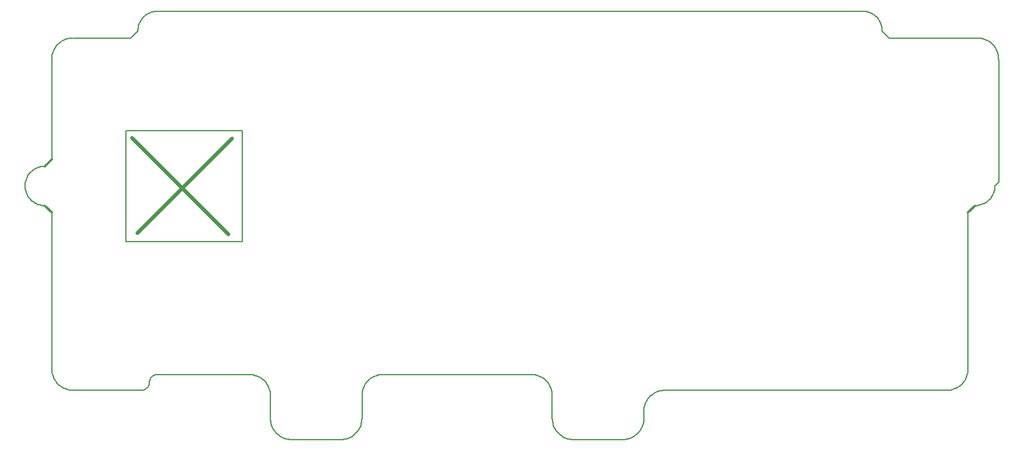
<source format=gko>
G04*
G04 #@! TF.GenerationSoftware,Altium Limited,Altium Designer,21.6.1 (37)*
G04*
G04 Layer_Color=16711935*
%FSLAX25Y25*%
%MOIN*%
G70*
G04*
G04 #@! TF.SameCoordinates,7BDA6066-75DE-4F1A-8C0A-B5BF4F492E69*
G04*
G04*
G04 #@! TF.FilePolarity,Positive*
G04*
G01*
G75*
%ADD17C,0.00787*%
%ADD22C,0.01181*%
%ADD23C,0.02000*%
D17*
X94683Y245734D02*
X93705Y245716D01*
X92733Y245612D01*
X91774Y245422D01*
X90835Y245148D01*
X89925Y244792D01*
X89049Y244356D01*
X88216Y243845D01*
X87431Y243262D01*
X86701Y242611D01*
X86031Y241898D01*
X85427Y241129D01*
X84894Y240310D01*
X84436Y239446D01*
X84056Y238545D01*
X83757Y237614D01*
X83542Y236660D01*
X83412Y235691D01*
X83368Y234714D01*
X564193Y218914D02*
X564153Y219889D01*
X564032Y220858D01*
X563832Y221814D01*
X563553Y222749D01*
X563198Y223659D01*
X562769Y224536D01*
X562270Y225374D01*
X561702Y226169D01*
X561071Y226914D01*
X560381Y227604D01*
X559636Y228235D01*
X558842Y228802D01*
X558003Y229302D01*
X557126Y229730D01*
X556217Y230085D01*
X555281Y230364D01*
X554326Y230564D01*
X553357Y230685D01*
X552382Y230725D01*
X94202Y42736D02*
X93238Y42627D01*
X92323Y42307D01*
X91502Y41791D01*
X90816Y41105D01*
X90300Y40284D01*
X89980Y39369D01*
X89871Y38405D01*
X47148Y230777D02*
X46173Y230737D01*
X45204Y230616D01*
X44249Y230416D01*
X43313Y230137D01*
X42404Y229782D01*
X41527Y229354D01*
X40688Y228854D01*
X39894Y228287D01*
X39149Y227656D01*
X38458Y226965D01*
X37828Y226221D01*
X37260Y225426D01*
X36761Y224588D01*
X36332Y223711D01*
X35977Y222801D01*
X35698Y221866D01*
X35498Y220910D01*
X35377Y219941D01*
X35337Y218966D01*
X551085Y137076D02*
X552102Y137123D01*
X553111Y137264D01*
X554102Y137497D01*
X555067Y137821D01*
X555999Y138232D01*
X556888Y138727D01*
X557728Y139303D01*
X558512Y139953D01*
X559232Y140673D01*
X559882Y141457D01*
X560458Y142297D01*
X560953Y143186D01*
X561364Y144118D01*
X561688Y145083D01*
X561921Y146074D01*
X562062Y147083D01*
X562109Y148100D01*
X535337Y33927D02*
X536312Y33967D01*
X537281Y34088D01*
X538236Y34288D01*
X539172Y34567D01*
X540082Y34922D01*
X540958Y35350D01*
X541797Y35850D01*
X542591Y36417D01*
X543336Y37048D01*
X544027Y37738D01*
X544658Y38483D01*
X545225Y39278D01*
X545724Y40116D01*
X546153Y40993D01*
X546508Y41903D01*
X546787Y42838D01*
X546987Y43794D01*
X547108Y44763D01*
X547148Y45738D01*
X35337Y45738D02*
X35377Y44762D01*
X35498Y43794D01*
X35698Y42838D01*
X35977Y41903D01*
X36332Y40993D01*
X36761Y40116D01*
X37260Y39278D01*
X37828Y38483D01*
X38458Y37738D01*
X39149Y37048D01*
X39894Y36417D01*
X40688Y35850D01*
X41527Y35350D01*
X42404Y34922D01*
X43313Y34567D01*
X44249Y34288D01*
X45204Y34088D01*
X46173Y33967D01*
X47148Y33927D01*
X314865Y18179D02*
X314905Y17203D01*
X315026Y16235D01*
X315226Y15279D01*
X315505Y14344D01*
X315859Y13434D01*
X316288Y12557D01*
X316788Y11719D01*
X317355Y10924D01*
X317986Y10179D01*
X318676Y9489D01*
X319421Y8858D01*
X320216Y8291D01*
X321054Y7791D01*
X321931Y7362D01*
X322841Y7008D01*
X323776Y6729D01*
X324732Y6529D01*
X325700Y6408D01*
X326676Y6368D01*
X354235Y6368D02*
X355210Y6408D01*
X356179Y6529D01*
X357134Y6729D01*
X358070Y7008D01*
X358979Y7362D01*
X359856Y7791D01*
X360695Y8291D01*
X361489Y8858D01*
X362234Y9489D01*
X362924Y10179D01*
X363555Y10924D01*
X364122Y11719D01*
X364622Y12557D01*
X365051Y13434D01*
X365406Y14344D01*
X365684Y15279D01*
X365885Y16235D01*
X366005Y17203D01*
X366046Y18179D01*
X377857Y33927D02*
X376881Y33886D01*
X375913Y33766D01*
X374957Y33565D01*
X374022Y33287D01*
X373112Y32932D01*
X372235Y32503D01*
X371397Y32004D01*
X370602Y31436D01*
X369857Y30805D01*
X369167Y30115D01*
X368536Y29370D01*
X367969Y28576D01*
X367469Y27737D01*
X367040Y26860D01*
X366686Y25951D01*
X366407Y25015D01*
X366207Y24060D01*
X366086Y23091D01*
X366046Y22116D01*
X196754Y6368D02*
X197730Y6408D01*
X198698Y6529D01*
X199654Y6729D01*
X200589Y7008D01*
X201499Y7362D01*
X202376Y7791D01*
X203214Y8291D01*
X204009Y8858D01*
X204754Y9489D01*
X205444Y10179D01*
X206075Y10924D01*
X206642Y11719D01*
X207142Y12557D01*
X207571Y13434D01*
X207925Y14344D01*
X208204Y15279D01*
X208404Y16235D01*
X208525Y17203D01*
X208565Y18179D01*
X314865Y30914D02*
X314824Y31890D01*
X314703Y32858D01*
X314503Y33814D01*
X314225Y34749D01*
X313870Y35659D01*
X313441Y36536D01*
X312941Y37374D01*
X312374Y38169D01*
X311743Y38914D01*
X311053Y39604D01*
X310308Y40235D01*
X309514Y40802D01*
X308675Y41302D01*
X307798Y41730D01*
X306889Y42085D01*
X305953Y42364D01*
X304998Y42564D01*
X304029Y42685D01*
X303053Y42725D01*
X220376Y42725D02*
X219401Y42685D01*
X218432Y42564D01*
X217477Y42364D01*
X216541Y42085D01*
X215632Y41730D01*
X214755Y41302D01*
X213916Y40802D01*
X213122Y40235D01*
X212377Y39604D01*
X211687Y38914D01*
X211056Y38169D01*
X210489Y37374D01*
X209989Y36536D01*
X209560Y35659D01*
X209205Y34749D01*
X208927Y33814D01*
X208726Y32858D01*
X208606Y31890D01*
X208565Y30914D01*
X499117Y234714D02*
X499069Y235731D01*
X498929Y236740D01*
X498696Y237731D01*
X498372Y238696D01*
X497961Y239628D01*
X497465Y240517D01*
X496890Y241357D01*
X496240Y242141D01*
X495519Y242861D01*
X494736Y243511D01*
X493896Y244087D01*
X493007Y244582D01*
X492075Y244993D01*
X491110Y245317D01*
X490119Y245550D01*
X489110Y245691D01*
X488093Y245738D01*
X31400Y159124D02*
X30412Y159079D01*
X29432Y158947D01*
X28467Y158726D01*
X27527Y158421D01*
X26617Y158032D01*
X25746Y157563D01*
X24920Y157018D01*
X24147Y156402D01*
X23432Y155718D01*
X22781Y154973D01*
X22200Y154173D01*
X21693Y153324D01*
X21263Y152433D01*
X20916Y151506D01*
X20653Y150553D01*
X20476Y149580D01*
X20388Y148595D01*
X20388Y147605D01*
X20476Y146620D01*
X20653Y145647D01*
X20916Y144694D01*
X21263Y143767D01*
X21693Y142876D01*
X22200Y142027D01*
X22781Y141227D01*
X23432Y140482D01*
X24147Y139798D01*
X24920Y139182D01*
X25746Y138637D01*
X26617Y138168D01*
X27527Y137779D01*
X28467Y137474D01*
X29432Y137253D01*
X30412Y137121D01*
X31400Y137076D01*
X157384Y18179D02*
X157425Y17203D01*
X157545Y16235D01*
X157746Y15279D01*
X158024Y14344D01*
X158379Y13434D01*
X158808Y12557D01*
X159308Y11719D01*
X159875Y10924D01*
X160506Y10179D01*
X161196Y9489D01*
X161941Y8858D01*
X162735Y8291D01*
X163574Y7791D01*
X164451Y7362D01*
X165360Y7008D01*
X166296Y6729D01*
X167251Y6529D01*
X168220Y6408D01*
X169195Y6368D01*
X157384Y30914D02*
X157344Y31890D01*
X157223Y32858D01*
X157023Y33814D01*
X156744Y34749D01*
X156389Y35659D01*
X155961Y36536D01*
X155461Y37374D01*
X154894Y38169D01*
X154263Y38914D01*
X153573Y39604D01*
X152828Y40235D01*
X152033Y40802D01*
X151195Y41302D01*
X150318Y41730D01*
X149408Y42085D01*
X148473Y42364D01*
X147517Y42564D01*
X146549Y42685D01*
X145573Y42725D01*
X85393Y33927D02*
X86389Y34039D01*
X87336Y34370D01*
X88185Y34904D01*
X88894Y35613D01*
X89428Y36462D01*
X89759Y37409D01*
X89871Y38405D01*
X169195Y6368D02*
X196754Y6368D01*
X208565Y18179D02*
X208565Y30914D01*
X366046Y18179D02*
X366046Y22116D01*
X326676Y6368D02*
X354235Y6368D01*
X314865Y18179D02*
X314865Y18179D01*
X47148Y33927D02*
X85393Y33927D01*
X377857Y33927D02*
X535337Y33927D01*
X564233Y150284D02*
X564233Y218914D01*
X35337Y163061D02*
X35337Y218966D01*
X35337Y45738D02*
X35337Y133139D01*
X547148Y45738D02*
X547148Y133139D01*
X562109Y148100D02*
X564293Y150284D01*
X79431Y230777D02*
X83368Y234714D01*
X47293Y230777D02*
X79431Y230777D01*
X503054Y230777D02*
X552382Y230777D01*
X499117Y234714D02*
X503054Y230777D01*
X157384Y18179D02*
X157384Y30914D01*
X94202Y42725D02*
X145573Y42725D01*
X220376Y42725D02*
X303053Y42725D01*
X314865Y18179D02*
X314865Y30914D01*
X94683Y245734D02*
X488093Y245795D01*
X157384Y18179D02*
X157384Y18179D01*
X76546Y117006D02*
X76546Y179006D01*
X76546Y117006D02*
X141546Y117006D01*
X141546Y179006D01*
X76546Y179006D02*
X141546Y179006D01*
D22*
X547148Y133139D02*
X551085Y137076D01*
X31400Y137076D02*
X35337Y133139D01*
X31400Y159124D02*
X35337Y163061D01*
D23*
X80046Y175005D02*
X134046Y121005D01*
X83046Y121505D02*
X136046Y174505D01*
M02*

</source>
